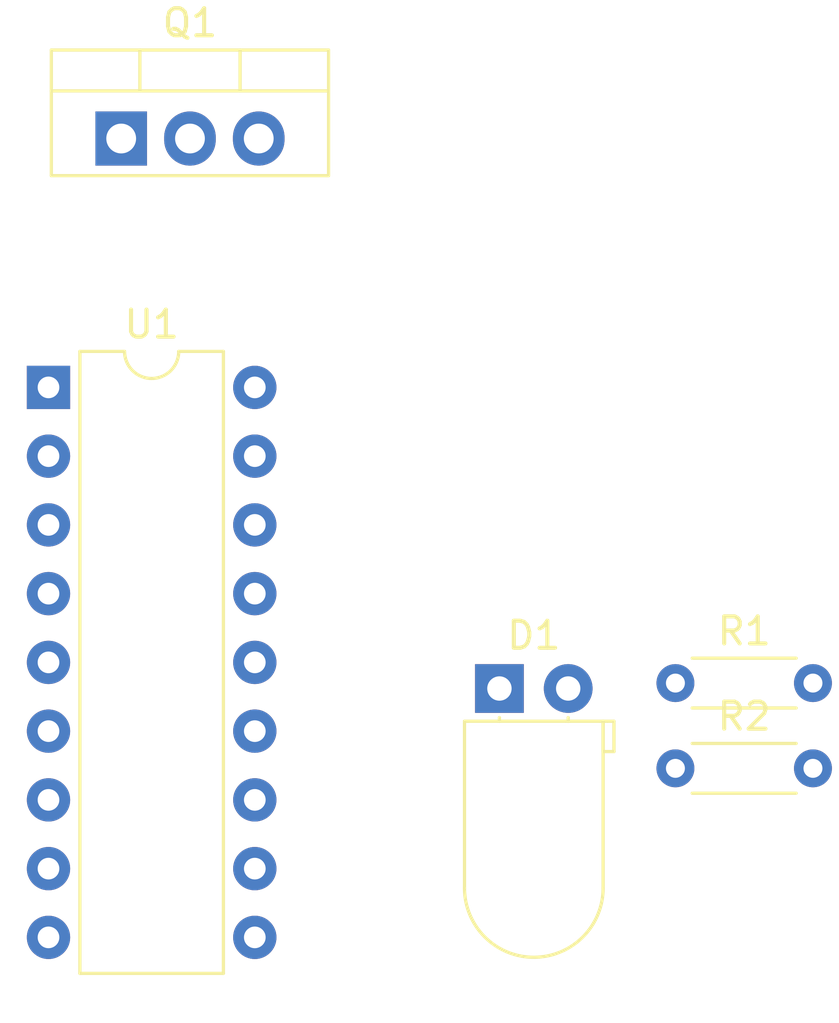
<source format=kicad_pcb>
(kicad_pcb (version 20171130) (host pcbnew "(5.1.10)-1")

  (general
    (thickness 1.6)
    (drawings 0)
    (tracks 0)
    (zones 0)
    (modules 5)
    (nets 18)
  )

  (page A4)
  (layers
    (0 F.Cu signal)
    (31 B.Cu signal)
    (32 B.Adhes user)
    (33 F.Adhes user)
    (34 B.Paste user)
    (35 F.Paste user)
    (36 B.SilkS user)
    (37 F.SilkS user)
    (38 B.Mask user)
    (39 F.Mask user)
    (40 Dwgs.User user)
    (41 Cmts.User user)
    (42 Eco1.User user)
    (43 Eco2.User user)
    (44 Edge.Cuts user)
    (45 Margin user)
    (46 B.CrtYd user)
    (47 F.CrtYd user)
    (48 B.Fab user)
    (49 F.Fab user)
  )

  (setup
    (last_trace_width 0.25)
    (trace_clearance 0.2)
    (zone_clearance 0.508)
    (zone_45_only no)
    (trace_min 0.2)
    (via_size 0.8)
    (via_drill 0.4)
    (via_min_size 0.4)
    (via_min_drill 0.3)
    (uvia_size 0.3)
    (uvia_drill 0.1)
    (uvias_allowed no)
    (uvia_min_size 0.2)
    (uvia_min_drill 0.1)
    (edge_width 0.05)
    (segment_width 0.2)
    (pcb_text_width 0.3)
    (pcb_text_size 1.5 1.5)
    (mod_edge_width 0.12)
    (mod_text_size 1 1)
    (mod_text_width 0.15)
    (pad_size 1.524 1.524)
    (pad_drill 0.762)
    (pad_to_mask_clearance 0)
    (aux_axis_origin 0 0)
    (visible_elements 7FFFFFFF)
    (pcbplotparams
      (layerselection 0x010fc_ffffffff)
      (usegerberextensions false)
      (usegerberattributes true)
      (usegerberadvancedattributes true)
      (creategerberjobfile true)
      (excludeedgelayer true)
      (linewidth 0.100000)
      (plotframeref false)
      (viasonmask false)
      (mode 1)
      (useauxorigin false)
      (hpglpennumber 1)
      (hpglpenspeed 20)
      (hpglpendiameter 15.000000)
      (psnegative false)
      (psa4output false)
      (plotreference true)
      (plotvalue true)
      (plotinvisibletext false)
      (padsonsilk false)
      (subtractmaskfromsilk false)
      (outputformat 1)
      (mirror false)
      (drillshape 1)
      (scaleselection 1)
      (outputdirectory ""))
  )

  (net 0 "")
  (net 1 GND)
  (net 2 "Net-(D1-Pad1)")
  (net 3 "Net-(Q1-Pad1)")
  (net 4 +5V)
  (net 5 "Net-(U1-Pad17)")
  (net 6 "Net-(U1-Pad8)")
  (net 7 "Net-(U1-Pad16)")
  (net 8 "Net-(U1-Pad7)")
  (net 9 "Net-(U1-Pad15)")
  (net 10 "Net-(U1-Pad14)")
  (net 11 "Net-(U1-Pad13)")
  (net 12 "Net-(U1-Pad12)")
  (net 13 "Net-(U1-Pad11)")
  (net 14 I2C_SDA)
  (net 15 I2C_SCL)
  (net 16 "Net-(D1-Pad2)")
  (net 17 "Net-(BT1-Pad1)")

  (net_class Default "This is the default net class."
    (clearance 0.2)
    (trace_width 0.25)
    (via_dia 0.8)
    (via_drill 0.4)
    (uvia_dia 0.3)
    (uvia_drill 0.1)
    (add_net +5V)
    (add_net GND)
    (add_net I2C_SCL)
    (add_net I2C_SDA)
    (add_net "Net-(BT1-Pad1)")
    (add_net "Net-(D1-Pad1)")
    (add_net "Net-(D1-Pad2)")
    (add_net "Net-(Q1-Pad1)")
    (add_net "Net-(U1-Pad11)")
    (add_net "Net-(U1-Pad12)")
    (add_net "Net-(U1-Pad13)")
    (add_net "Net-(U1-Pad14)")
    (add_net "Net-(U1-Pad15)")
    (add_net "Net-(U1-Pad16)")
    (add_net "Net-(U1-Pad17)")
    (add_net "Net-(U1-Pad7)")
    (add_net "Net-(U1-Pad8)")
  )

  (module Resistor_THT:R_Axial_DIN0204_L3.6mm_D1.6mm_P5.08mm_Horizontal (layer F.Cu) (tedit 5AE5139B) (tstamp 6138F462)
    (at 90.32 -17.37)
    (descr "Resistor, Axial_DIN0204 series, Axial, Horizontal, pin pitch=5.08mm, 0.167W, length*diameter=3.6*1.6mm^2, http://cdn-reichelt.de/documents/datenblatt/B400/1_4W%23YAG.pdf")
    (tags "Resistor Axial_DIN0204 series Axial Horizontal pin pitch 5.08mm 0.167W length 3.6mm diameter 1.6mm")
    (path /6138F7A0)
    (fp_text reference R2 (at 2.54 -1.92) (layer F.SilkS)
      (effects (font (size 1 1) (thickness 0.15)))
    )
    (fp_text value 33 (at 2.54 1.92) (layer F.Fab)
      (effects (font (size 1 1) (thickness 0.15)))
    )
    (fp_text user %R (at 2.54 0) (layer F.Fab)
      (effects (font (size 0.72 0.72) (thickness 0.108)))
    )
    (fp_line (start 0.74 -0.8) (end 0.74 0.8) (layer F.Fab) (width 0.1))
    (fp_line (start 0.74 0.8) (end 4.34 0.8) (layer F.Fab) (width 0.1))
    (fp_line (start 4.34 0.8) (end 4.34 -0.8) (layer F.Fab) (width 0.1))
    (fp_line (start 4.34 -0.8) (end 0.74 -0.8) (layer F.Fab) (width 0.1))
    (fp_line (start 0 0) (end 0.74 0) (layer F.Fab) (width 0.1))
    (fp_line (start 5.08 0) (end 4.34 0) (layer F.Fab) (width 0.1))
    (fp_line (start 0.62 -0.92) (end 4.46 -0.92) (layer F.SilkS) (width 0.12))
    (fp_line (start 0.62 0.92) (end 4.46 0.92) (layer F.SilkS) (width 0.12))
    (fp_line (start -0.95 -1.05) (end -0.95 1.05) (layer F.CrtYd) (width 0.05))
    (fp_line (start -0.95 1.05) (end 6.03 1.05) (layer F.CrtYd) (width 0.05))
    (fp_line (start 6.03 1.05) (end 6.03 -1.05) (layer F.CrtYd) (width 0.05))
    (fp_line (start 6.03 -1.05) (end -0.95 -1.05) (layer F.CrtYd) (width 0.05))
    (pad 2 thru_hole oval (at 5.08 0) (size 1.4 1.4) (drill 0.7) (layers *.Cu *.Mask)
      (net 16 "Net-(D1-Pad2)"))
    (pad 1 thru_hole circle (at 0 0) (size 1.4 1.4) (drill 0.7) (layers *.Cu *.Mask)
      (net 17 "Net-(BT1-Pad1)"))
    (model ${KISYS3DMOD}/Resistor_THT.3dshapes/R_Axial_DIN0204_L3.6mm_D1.6mm_P5.08mm_Horizontal.wrl
      (at (xyz 0 0 0))
      (scale (xyz 1 1 1))
      (rotate (xyz 0 0 0))
    )
  )

  (module Resistor_THT:R_Axial_DIN0204_L3.6mm_D1.6mm_P5.08mm_Horizontal (layer F.Cu) (tedit 5AE5139B) (tstamp 6138F44F)
    (at 90.32 -20.52)
    (descr "Resistor, Axial_DIN0204 series, Axial, Horizontal, pin pitch=5.08mm, 0.167W, length*diameter=3.6*1.6mm^2, http://cdn-reichelt.de/documents/datenblatt/B400/1_4W%23YAG.pdf")
    (tags "Resistor Axial_DIN0204 series Axial Horizontal pin pitch 5.08mm 0.167W length 3.6mm diameter 1.6mm")
    (path /613933C6)
    (fp_text reference R1 (at 2.54 -1.92) (layer F.SilkS)
      (effects (font (size 1 1) (thickness 0.15)))
    )
    (fp_text value 10K (at 2.54 1.92) (layer F.Fab)
      (effects (font (size 1 1) (thickness 0.15)))
    )
    (fp_text user %R (at 2.54 0) (layer F.Fab)
      (effects (font (size 0.72 0.72) (thickness 0.108)))
    )
    (fp_line (start 0.74 -0.8) (end 0.74 0.8) (layer F.Fab) (width 0.1))
    (fp_line (start 0.74 0.8) (end 4.34 0.8) (layer F.Fab) (width 0.1))
    (fp_line (start 4.34 0.8) (end 4.34 -0.8) (layer F.Fab) (width 0.1))
    (fp_line (start 4.34 -0.8) (end 0.74 -0.8) (layer F.Fab) (width 0.1))
    (fp_line (start 0 0) (end 0.74 0) (layer F.Fab) (width 0.1))
    (fp_line (start 5.08 0) (end 4.34 0) (layer F.Fab) (width 0.1))
    (fp_line (start 0.62 -0.92) (end 4.46 -0.92) (layer F.SilkS) (width 0.12))
    (fp_line (start 0.62 0.92) (end 4.46 0.92) (layer F.SilkS) (width 0.12))
    (fp_line (start -0.95 -1.05) (end -0.95 1.05) (layer F.CrtYd) (width 0.05))
    (fp_line (start -0.95 1.05) (end 6.03 1.05) (layer F.CrtYd) (width 0.05))
    (fp_line (start 6.03 1.05) (end 6.03 -1.05) (layer F.CrtYd) (width 0.05))
    (fp_line (start 6.03 -1.05) (end -0.95 -1.05) (layer F.CrtYd) (width 0.05))
    (pad 2 thru_hole oval (at 5.08 0) (size 1.4 1.4) (drill 0.7) (layers *.Cu *.Mask)
      (net 1 GND))
    (pad 1 thru_hole circle (at 0 0) (size 1.4 1.4) (drill 0.7) (layers *.Cu *.Mask)
      (net 3 "Net-(Q1-Pad1)"))
    (model ${KISYS3DMOD}/Resistor_THT.3dshapes/R_Axial_DIN0204_L3.6mm_D1.6mm_P5.08mm_Horizontal.wrl
      (at (xyz 0 0 0))
      (scale (xyz 1 1 1))
      (rotate (xyz 0 0 0))
    )
  )

  (module LED_THT:LED_D5.0mm_Horizontal_O1.27mm_Z3.0mm_Clear (layer F.Cu) (tedit 5A6C9E1C) (tstamp 6138F40A)
    (at 83.82 -20.32)
    (descr "LED, diameter 5.0mm z-position of LED center 3.0mm, 2 pins")
    (tags "LED diameter 5.0mm z-position of LED center 3.0mm 2 pins")
    (path /612E874E)
    (fp_text reference D1 (at 1.27 -1.96) (layer F.SilkS)
      (effects (font (size 1 1) (thickness 0.15)))
    )
    (fp_text value LED (at 1.27 10.93) (layer F.Fab)
      (effects (font (size 1 1) (thickness 0.15)))
    )
    (fp_arc (start 1.27 7.37) (end -1.29 7.37) (angle -180) (layer F.SilkS) (width 0.12))
    (fp_arc (start 1.27 7.37) (end -1.23 7.37) (angle -180) (layer F.Fab) (width 0.1))
    (fp_text user %R (at 1.27 0) (layer F.Fab)
      (effects (font (size 1 1) (thickness 0.15)))
    )
    (fp_line (start -1.23 1.27) (end -1.23 7.37) (layer F.Fab) (width 0.1))
    (fp_line (start 3.77 1.27) (end 3.77 7.37) (layer F.Fab) (width 0.1))
    (fp_line (start -1.23 1.27) (end 3.77 1.27) (layer F.Fab) (width 0.1))
    (fp_line (start 4.17 1.27) (end 4.17 2.27) (layer F.Fab) (width 0.1))
    (fp_line (start 4.17 2.27) (end 3.77 2.27) (layer F.Fab) (width 0.1))
    (fp_line (start 3.77 2.27) (end 3.77 1.27) (layer F.Fab) (width 0.1))
    (fp_line (start 3.77 1.27) (end 4.17 1.27) (layer F.Fab) (width 0.1))
    (fp_line (start 0 0) (end 0 1.27) (layer F.Fab) (width 0.1))
    (fp_line (start 0 1.27) (end 0 1.27) (layer F.Fab) (width 0.1))
    (fp_line (start 0 1.27) (end 0 0) (layer F.Fab) (width 0.1))
    (fp_line (start 0 0) (end 0 0) (layer F.Fab) (width 0.1))
    (fp_line (start 2.54 0) (end 2.54 1.27) (layer F.Fab) (width 0.1))
    (fp_line (start 2.54 1.27) (end 2.54 1.27) (layer F.Fab) (width 0.1))
    (fp_line (start 2.54 1.27) (end 2.54 0) (layer F.Fab) (width 0.1))
    (fp_line (start 2.54 0) (end 2.54 0) (layer F.Fab) (width 0.1))
    (fp_line (start -1.29 1.21) (end -1.29 7.37) (layer F.SilkS) (width 0.12))
    (fp_line (start 3.83 1.21) (end 3.83 7.37) (layer F.SilkS) (width 0.12))
    (fp_line (start -1.29 1.21) (end 3.83 1.21) (layer F.SilkS) (width 0.12))
    (fp_line (start 4.23 1.21) (end 4.23 2.33) (layer F.SilkS) (width 0.12))
    (fp_line (start 4.23 2.33) (end 3.83 2.33) (layer F.SilkS) (width 0.12))
    (fp_line (start 3.83 2.33) (end 3.83 1.21) (layer F.SilkS) (width 0.12))
    (fp_line (start 3.83 1.21) (end 4.23 1.21) (layer F.SilkS) (width 0.12))
    (fp_line (start 0 1.08) (end 0 1.21) (layer F.SilkS) (width 0.12))
    (fp_line (start 0 1.21) (end 0 1.21) (layer F.SilkS) (width 0.12))
    (fp_line (start 0 1.21) (end 0 1.08) (layer F.SilkS) (width 0.12))
    (fp_line (start 0 1.08) (end 0 1.08) (layer F.SilkS) (width 0.12))
    (fp_line (start 2.54 1.08) (end 2.54 1.21) (layer F.SilkS) (width 0.12))
    (fp_line (start 2.54 1.21) (end 2.54 1.21) (layer F.SilkS) (width 0.12))
    (fp_line (start 2.54 1.21) (end 2.54 1.08) (layer F.SilkS) (width 0.12))
    (fp_line (start 2.54 1.08) (end 2.54 1.08) (layer F.SilkS) (width 0.12))
    (fp_line (start -1.95 -1.25) (end -1.95 10.2) (layer F.CrtYd) (width 0.05))
    (fp_line (start -1.95 10.2) (end 4.5 10.2) (layer F.CrtYd) (width 0.05))
    (fp_line (start 4.5 10.2) (end 4.5 -1.25) (layer F.CrtYd) (width 0.05))
    (fp_line (start 4.5 -1.25) (end -1.95 -1.25) (layer F.CrtYd) (width 0.05))
    (pad 2 thru_hole circle (at 2.54 0) (size 1.8 1.8) (drill 0.9) (layers *.Cu *.Mask)
      (net 16 "Net-(D1-Pad2)"))
    (pad 1 thru_hole rect (at 0 0) (size 1.8 1.8) (drill 0.9) (layers *.Cu *.Mask)
      (net 2 "Net-(D1-Pad1)"))
    (model ${KISYS3DMOD}/LED_THT.3dshapes/LED_D5.0mm_Horizontal_O1.27mm_Z3.0mm_Clear.wrl
      (at (xyz 0 0 0))
      (scale (xyz 1 1 1))
      (rotate (xyz 0 0 0))
    )
  )

  (module Package_DIP:DIP-18_W7.62mm (layer F.Cu) (tedit 5A02E8C5) (tstamp 612CBF2D)
    (at 67.165001 -31.444999)
    (descr "18-lead though-hole mounted DIP package, row spacing 7.62 mm (300 mils)")
    (tags "THT DIP DIL PDIP 2.54mm 7.62mm 300mil")
    (path /6129951E)
    (fp_text reference U1 (at 3.81 -2.33) (layer F.SilkS)
      (effects (font (size 1 1) (thickness 0.15)))
    )
    (fp_text value MCP23008-xP (at 3.81 22.65) (layer F.Fab)
      (effects (font (size 1 1) (thickness 0.15)))
    )
    (fp_line (start 8.7 -1.55) (end -1.1 -1.55) (layer F.CrtYd) (width 0.05))
    (fp_line (start 8.7 21.85) (end 8.7 -1.55) (layer F.CrtYd) (width 0.05))
    (fp_line (start -1.1 21.85) (end 8.7 21.85) (layer F.CrtYd) (width 0.05))
    (fp_line (start -1.1 -1.55) (end -1.1 21.85) (layer F.CrtYd) (width 0.05))
    (fp_line (start 6.46 -1.33) (end 4.81 -1.33) (layer F.SilkS) (width 0.12))
    (fp_line (start 6.46 21.65) (end 6.46 -1.33) (layer F.SilkS) (width 0.12))
    (fp_line (start 1.16 21.65) (end 6.46 21.65) (layer F.SilkS) (width 0.12))
    (fp_line (start 1.16 -1.33) (end 1.16 21.65) (layer F.SilkS) (width 0.12))
    (fp_line (start 2.81 -1.33) (end 1.16 -1.33) (layer F.SilkS) (width 0.12))
    (fp_line (start 0.635 -0.27) (end 1.635 -1.27) (layer F.Fab) (width 0.1))
    (fp_line (start 0.635 21.59) (end 0.635 -0.27) (layer F.Fab) (width 0.1))
    (fp_line (start 6.985 21.59) (end 0.635 21.59) (layer F.Fab) (width 0.1))
    (fp_line (start 6.985 -1.27) (end 6.985 21.59) (layer F.Fab) (width 0.1))
    (fp_line (start 1.635 -1.27) (end 6.985 -1.27) (layer F.Fab) (width 0.1))
    (fp_text user %R (at 3.81 10.16) (layer F.Fab)
      (effects (font (size 1 1) (thickness 0.15)))
    )
    (fp_arc (start 3.81 -1.33) (end 2.81 -1.33) (angle -180) (layer F.SilkS) (width 0.12))
    (pad 18 thru_hole oval (at 7.62 0) (size 1.6 1.6) (drill 0.8) (layers *.Cu *.Mask)
      (net 4 +5V))
    (pad 9 thru_hole oval (at 0 20.32) (size 1.6 1.6) (drill 0.8) (layers *.Cu *.Mask)
      (net 1 GND))
    (pad 17 thru_hole oval (at 7.62 2.54) (size 1.6 1.6) (drill 0.8) (layers *.Cu *.Mask)
      (net 5 "Net-(U1-Pad17)"))
    (pad 8 thru_hole oval (at 0 17.78) (size 1.6 1.6) (drill 0.8) (layers *.Cu *.Mask)
      (net 6 "Net-(U1-Pad8)"))
    (pad 16 thru_hole oval (at 7.62 5.08) (size 1.6 1.6) (drill 0.8) (layers *.Cu *.Mask)
      (net 7 "Net-(U1-Pad16)"))
    (pad 7 thru_hole oval (at 0 15.24) (size 1.6 1.6) (drill 0.8) (layers *.Cu *.Mask)
      (net 8 "Net-(U1-Pad7)"))
    (pad 15 thru_hole oval (at 7.62 7.62) (size 1.6 1.6) (drill 0.8) (layers *.Cu *.Mask)
      (net 9 "Net-(U1-Pad15)"))
    (pad 6 thru_hole oval (at 0 12.7) (size 1.6 1.6) (drill 0.8) (layers *.Cu *.Mask)
      (net 4 +5V))
    (pad 14 thru_hole oval (at 7.62 10.16) (size 1.6 1.6) (drill 0.8) (layers *.Cu *.Mask)
      (net 10 "Net-(U1-Pad14)"))
    (pad 5 thru_hole oval (at 0 10.16) (size 1.6 1.6) (drill 0.8) (layers *.Cu *.Mask)
      (net 1 GND))
    (pad 13 thru_hole oval (at 7.62 12.7) (size 1.6 1.6) (drill 0.8) (layers *.Cu *.Mask)
      (net 11 "Net-(U1-Pad13)"))
    (pad 4 thru_hole oval (at 0 7.62) (size 1.6 1.6) (drill 0.8) (layers *.Cu *.Mask)
      (net 1 GND))
    (pad 12 thru_hole oval (at 7.62 15.24) (size 1.6 1.6) (drill 0.8) (layers *.Cu *.Mask)
      (net 12 "Net-(U1-Pad12)"))
    (pad 3 thru_hole oval (at 0 5.08) (size 1.6 1.6) (drill 0.8) (layers *.Cu *.Mask)
      (net 1 GND))
    (pad 11 thru_hole oval (at 7.62 17.78) (size 1.6 1.6) (drill 0.8) (layers *.Cu *.Mask)
      (net 13 "Net-(U1-Pad11)"))
    (pad 2 thru_hole oval (at 0 2.54) (size 1.6 1.6) (drill 0.8) (layers *.Cu *.Mask)
      (net 14 I2C_SDA))
    (pad 10 thru_hole oval (at 7.62 20.32) (size 1.6 1.6) (drill 0.8) (layers *.Cu *.Mask)
      (net 3 "Net-(Q1-Pad1)"))
    (pad 1 thru_hole rect (at 0 0) (size 1.6 1.6) (drill 0.8) (layers *.Cu *.Mask)
      (net 15 I2C_SCL))
    (model ${KISYS3DMOD}/Package_DIP.3dshapes/DIP-18_W7.62mm.wrl
      (at (xyz 0 0 0))
      (scale (xyz 1 1 1))
      (rotate (xyz 0 0 0))
    )
  )

  (module Package_TO_SOT_THT:TO-220-3_Vertical (layer F.Cu) (tedit 5AC8BA0D) (tstamp 612CBF07)
    (at 69.85 -40.64)
    (descr "TO-220-3, Vertical, RM 2.54mm, see https://www.vishay.com/docs/66542/to-220-1.pdf")
    (tags "TO-220-3 Vertical RM 2.54mm")
    (path /612A1034)
    (fp_text reference Q1 (at 2.54 -4.27) (layer F.SilkS)
      (effects (font (size 1 1) (thickness 0.15)))
    )
    (fp_text value IRF1405N (at 2.54 2.5) (layer F.Fab)
      (effects (font (size 1 1) (thickness 0.15)))
    )
    (fp_line (start 7.79 -3.4) (end -2.71 -3.4) (layer F.CrtYd) (width 0.05))
    (fp_line (start 7.79 1.51) (end 7.79 -3.4) (layer F.CrtYd) (width 0.05))
    (fp_line (start -2.71 1.51) (end 7.79 1.51) (layer F.CrtYd) (width 0.05))
    (fp_line (start -2.71 -3.4) (end -2.71 1.51) (layer F.CrtYd) (width 0.05))
    (fp_line (start 4.391 -3.27) (end 4.391 -1.76) (layer F.SilkS) (width 0.12))
    (fp_line (start 0.69 -3.27) (end 0.69 -1.76) (layer F.SilkS) (width 0.12))
    (fp_line (start -2.58 -1.76) (end 7.66 -1.76) (layer F.SilkS) (width 0.12))
    (fp_line (start 7.66 -3.27) (end 7.66 1.371) (layer F.SilkS) (width 0.12))
    (fp_line (start -2.58 -3.27) (end -2.58 1.371) (layer F.SilkS) (width 0.12))
    (fp_line (start -2.58 1.371) (end 7.66 1.371) (layer F.SilkS) (width 0.12))
    (fp_line (start -2.58 -3.27) (end 7.66 -3.27) (layer F.SilkS) (width 0.12))
    (fp_line (start 4.39 -3.15) (end 4.39 -1.88) (layer F.Fab) (width 0.1))
    (fp_line (start 0.69 -3.15) (end 0.69 -1.88) (layer F.Fab) (width 0.1))
    (fp_line (start -2.46 -1.88) (end 7.54 -1.88) (layer F.Fab) (width 0.1))
    (fp_line (start 7.54 -3.15) (end -2.46 -3.15) (layer F.Fab) (width 0.1))
    (fp_line (start 7.54 1.25) (end 7.54 -3.15) (layer F.Fab) (width 0.1))
    (fp_line (start -2.46 1.25) (end 7.54 1.25) (layer F.Fab) (width 0.1))
    (fp_line (start -2.46 -3.15) (end -2.46 1.25) (layer F.Fab) (width 0.1))
    (fp_text user %R (at 2.54 -4.27) (layer F.Fab)
      (effects (font (size 1 1) (thickness 0.15)))
    )
    (pad 3 thru_hole oval (at 5.08 0) (size 1.905 2) (drill 1.1) (layers *.Cu *.Mask)
      (net 1 GND))
    (pad 2 thru_hole oval (at 2.54 0) (size 1.905 2) (drill 1.1) (layers *.Cu *.Mask)
      (net 2 "Net-(D1-Pad1)"))
    (pad 1 thru_hole rect (at 0 0) (size 1.905 2) (drill 1.1) (layers *.Cu *.Mask)
      (net 3 "Net-(Q1-Pad1)"))
    (model ${KISYS3DMOD}/Package_TO_SOT_THT.3dshapes/TO-220-3_Vertical.wrl
      (at (xyz 0 0 0))
      (scale (xyz 1 1 1))
      (rotate (xyz 0 0 0))
    )
  )

)

</source>
